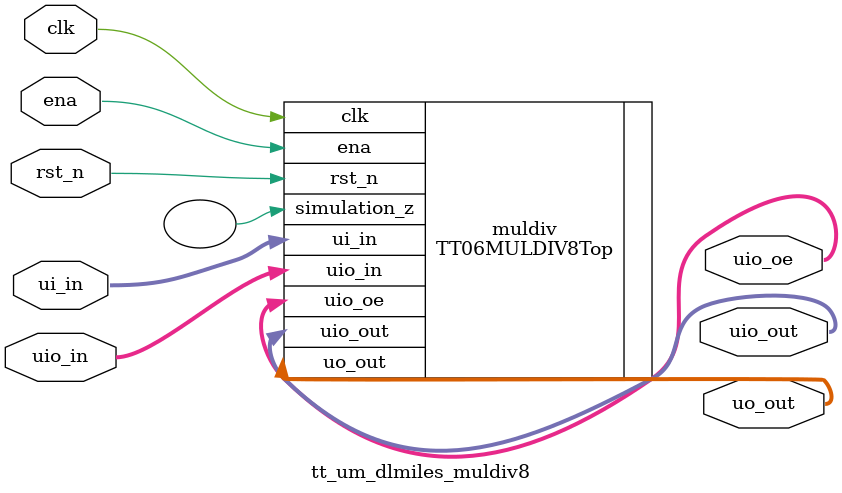
<source format=v>
/*
 * Copyright (c) 2024 Darryl L. Miles
 * SPDX-License-Identifier: Apache-2.0
 */

`default_nettype none

module tt_um_dlmiles_muldiv8 (
    input  wire [7:0] ui_in,    // Dedicated inputs
    output wire [7:0] uo_out,   // Dedicated outputs
    input  wire [7:0] uio_in,   // IOs: Input path
    output wire [7:0] uio_out,  // IOs: Output path
    output wire [7:0] uio_oe,   // IOs: Enable path (active high: 0=input, 1=output)
    input  wire       ena,      // will go high when the design is enabled
    input  wire       clk,      // clock
    input  wire       rst_n     // reset_n - low to reset
);

  TT06MULDIV8Top muldiv (
      .ui_in  (ui_in),    // Dedicated inputs
      .uo_out (uo_out),   // Dedicated outputs
      .uio_in (uio_in),   // IOs: Input path
      .uio_out(uio_out),  // IOs: Output path
      .uio_oe (uio_oe),   // IOs: Enable path (active high: 0=input, 1=output)
      .ena    (ena),      // enable - goes high when design is selected
      .clk    (clk),      // clock
      .rst_n  (rst_n),    // not reset

      .simulation_z (/*n/c*/)
  );

endmodule

</source>
